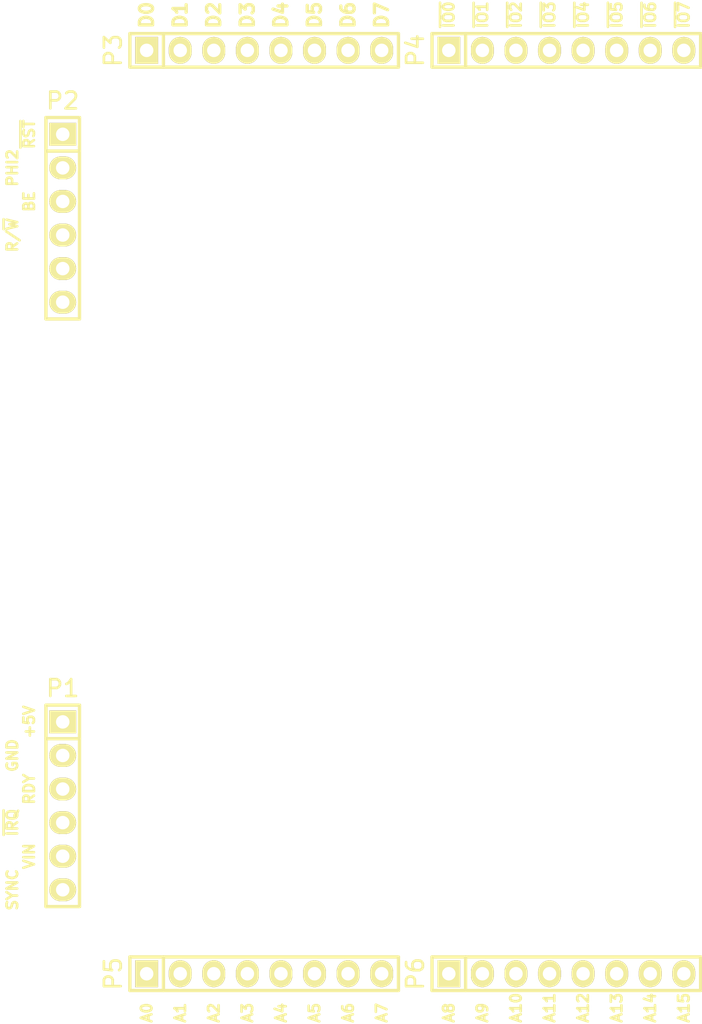
<source format=kicad_pcb>
(kicad_pcb (version 3) (host pcbnew "(2014-jan-25)-product")

  (general
    (links 0)
    (no_connects 0)
    (area 87.126 57.855612 192.512951 157.545786)
    (thickness 1.6)
    (drawings 42)
    (tracks 0)
    (zones 0)
    (modules 6)
    (nets 43)
  )

  (page A4)
  (layers
    (15 F.Cu signal)
    (0 B.Cu signal)
    (16 B.Adhes user)
    (17 F.Adhes user)
    (18 B.Paste user)
    (19 F.Paste user)
    (20 B.SilkS user)
    (21 F.SilkS user)
    (22 B.Mask user)
    (23 F.Mask user)
    (24 Dwgs.User user)
    (25 Cmts.User user)
    (26 Eco1.User user)
    (27 Eco2.User user)
    (28 Edge.Cuts user)
  )

  (setup
    (last_trace_width 0.254)
    (trace_clearance 0.254)
    (zone_clearance 0.508)
    (zone_45_only yes)
    (trace_min 0.254)
    (segment_width 0.2)
    (edge_width 0.1)
    (via_size 1)
    (via_drill 0.8)
    (via_min_size 0.8)
    (via_min_drill 0.5)
    (uvia_size 1)
    (uvia_drill 0.8)
    (uvias_allowed no)
    (uvia_min_size 0.9982)
    (uvia_min_drill 0.7975)
    (pcb_text_width 0.3)
    (pcb_text_size 1.5 1.5)
    (mod_edge_width 0.15)
    (mod_text_size 1 1)
    (mod_text_width 0.15)
    (pad_size 1.5 1.5)
    (pad_drill 0.6)
    (pad_to_mask_clearance 0)
    (aux_axis_origin 87.63 67.31)
    (grid_origin 38.1 50.8)
    (visible_elements FFFFFF7F)
    (pcbplotparams
      (layerselection 283148289)
      (usegerberextensions false)
      (excludeedgelayer false)
      (linewidth 0.150000)
      (plotframeref false)
      (viasonmask false)
      (mode 1)
      (useauxorigin false)
      (hpglpennumber 1)
      (hpglpenspeed 20)
      (hpglpendiameter 15)
      (hpglpenoverlay 2)
      (psnegative false)
      (psa4output false)
      (plotreference true)
      (plotvalue true)
      (plotothertext true)
      (plotinvisibletext false)
      (padsonsilk false)
      (subtractmaskfromsilk false)
      (outputformat 4)
      (mirror false)
      (drillshape 0)
      (scaleselection 1)
      (outputdirectory ./plots/))
  )

  (net 0 "")
  (net 1 GND)
  (net 2 A0)
  (net 3 A1)
  (net 4 A2)
  (net 5 A3)
  (net 6 A4)
  (net 7 A5)
  (net 8 A6)
  (net 9 A7)
  (net 10 A8)
  (net 11 A9)
  (net 12 A10)
  (net 13 A11)
  (net 14 A12)
  (net 15 A13)
  (net 16 A14)
  (net 17 A15)
  (net 18 SYNC)
  (net 19 ~IRQ)
  (net 20 RDY)
  (net 21 ~RST)
  (net 22 PHI2)
  (net 23 BE)
  (net 24 R/~W)
  (net 25 VIN)
  (net 26 D0)
  (net 27 D1)
  (net 28 D2)
  (net 29 D3)
  (net 30 D4)
  (net 31 D5)
  (net 32 D6)
  (net 33 D7)
  (net 34 ~IO0)
  (net 35 ~IO1)
  (net 36 ~IO2)
  (net 37 ~IO3)
  (net 38 ~IO4)
  (net 39 ~IO5)
  (net 40 ~IO6)
  (net 41 ~IO7)
  (net 42 +5V)

  (net_class Default "This is the default net class."
    (clearance 0.254)
    (trace_width 0.254)
    (via_dia 1)
    (via_drill 0.8)
    (uvia_dia 1)
    (uvia_drill 0.8)
    (add_net A0)
    (add_net A1)
    (add_net A10)
    (add_net A11)
    (add_net A12)
    (add_net A13)
    (add_net A14)
    (add_net A15)
    (add_net A2)
    (add_net A3)
    (add_net A4)
    (add_net A5)
    (add_net A6)
    (add_net A7)
    (add_net A8)
    (add_net A9)
    (add_net BE)
    (add_net D0)
    (add_net D1)
    (add_net D2)
    (add_net D3)
    (add_net D4)
    (add_net D5)
    (add_net D6)
    (add_net D7)
    (add_net PHI2)
    (add_net R/~W)
    (add_net RDY)
    (add_net SYNC)
    (add_net ~IO0)
    (add_net ~IO1)
    (add_net ~IO2)
    (add_net ~IO3)
    (add_net ~IO4)
    (add_net ~IO5)
    (add_net ~IO6)
    (add_net ~IO7)
    (add_net ~IRQ)
    (add_net ~RST)
  )

  (net_class Power ""
    (clearance 0.254)
    (trace_width 0.508)
    (via_dia 1.5)
    (via_drill 0.8)
    (uvia_dia 1)
    (uvia_drill 0.8)
    (add_net +5V)
    (add_net GND)
    (add_net VIN)
  )

  (module Socket_Strips:Socket_Strip_Straight_1x08 (layer F.Cu) (tedit 5516C88A) (tstamp 5508826A)
    (at 107.95 72.39)
    (path /550DBAA9/550DBACF)
    (fp_text reference P3 (at -11.43 0 90) (layer F.SilkS)
      (effects (font (size 1.27 1.27) (thickness 0.2032)))
    )
    (fp_text value DATA (at 0 0) (layer F.SilkS) hide
      (effects (font (size 1.27 1.27) (thickness 0.2032)))
    )
    (fp_line (start -7.62 -1.27) (end 10.16 -1.27) (layer F.SilkS) (width 0.254))
    (fp_line (start 10.16 -1.27) (end 10.16 1.27) (layer F.SilkS) (width 0.254))
    (fp_line (start 10.16 1.27) (end -7.62 1.27) (layer F.SilkS) (width 0.254))
    (fp_line (start -10.16 -1.27) (end -7.62 -1.27) (layer F.SilkS) (width 0.254))
    (fp_line (start -7.62 -1.27) (end -7.62 1.27) (layer F.SilkS) (width 0.254))
    (fp_line (start -10.16 -1.27) (end -10.16 1.27) (layer F.SilkS) (width 0.254))
    (fp_line (start -10.16 1.27) (end -7.62 1.27) (layer F.SilkS) (width 0.254))
    (pad 1 thru_hole rect (at -8.89 0) (size 1.7272 2.032) (drill 1.016) (layers *.Cu *.Mask F.SilkS)
      (net 26 D0))
    (pad 2 thru_hole oval (at -6.35 0) (size 1.7272 2.032) (drill 1.016) (layers *.Cu *.Mask F.SilkS)
      (net 27 D1))
    (pad 3 thru_hole oval (at -3.81 0) (size 1.7272 2.032) (drill 1.016) (layers *.Cu *.Mask F.SilkS)
      (net 28 D2))
    (pad 4 thru_hole oval (at -1.27 0) (size 1.7272 2.032) (drill 1.016) (layers *.Cu *.Mask F.SilkS)
      (net 29 D3))
    (pad 5 thru_hole oval (at 1.27 0) (size 1.7272 2.032) (drill 1.016) (layers *.Cu *.Mask F.SilkS)
      (net 30 D4))
    (pad 6 thru_hole oval (at 3.81 0) (size 1.7272 2.032) (drill 1.016) (layers *.Cu *.Mask F.SilkS)
      (net 31 D5))
    (pad 7 thru_hole oval (at 6.35 0) (size 1.7272 2.032) (drill 1.016) (layers *.Cu *.Mask F.SilkS)
      (net 32 D6))
    (pad 8 thru_hole oval (at 8.89 0) (size 1.7272 2.032) (drill 1.016) (layers *.Cu *.Mask F.SilkS)
      (net 33 D7))
    (model Socket_Strips/Socket_Strip_Straight_1x08.wrl
      (at (xyz 0 0 0))
      (scale (xyz 1 1 1))
      (rotate (xyz 0 0 0))
    )
  )

  (module Socket_Strips:Socket_Strip_Straight_1x06 (layer F.Cu) (tedit 5516C839) (tstamp 550DE755)
    (at 92.71 129.54 270)
    (path /550DBAA9/550DBAE1)
    (fp_text reference P1 (at -8.89 0 360) (layer F.SilkS)
      (effects (font (size 1.27 1.27) (thickness 0.2032)))
    )
    (fp_text value CTRL1 (at 0 0 270) (layer F.SilkS) hide
      (effects (font (size 1.27 1.27) (thickness 0.2032)))
    )
    (fp_line (start -5.08 -1.27) (end 7.62 -1.27) (layer F.SilkS) (width 0.254))
    (fp_line (start 7.62 -1.27) (end 7.62 1.27) (layer F.SilkS) (width 0.254))
    (fp_line (start 7.62 1.27) (end -5.08 1.27) (layer F.SilkS) (width 0.254))
    (fp_line (start -7.62 -1.27) (end -5.08 -1.27) (layer F.SilkS) (width 0.254))
    (fp_line (start -5.08 -1.27) (end -5.08 1.27) (layer F.SilkS) (width 0.254))
    (fp_line (start -7.62 -1.27) (end -7.62 1.27) (layer F.SilkS) (width 0.254))
    (fp_line (start -7.62 1.27) (end -5.08 1.27) (layer F.SilkS) (width 0.254))
    (pad 1 thru_hole rect (at -6.35 0 270) (size 1.7272 2.032) (drill 1.016) (layers *.Cu *.Mask F.SilkS)
      (net 42 +5V))
    (pad 2 thru_hole oval (at -3.81 0 270) (size 1.7272 2.032) (drill 1.016) (layers *.Cu *.Mask F.SilkS)
      (net 1 GND))
    (pad 3 thru_hole oval (at -1.27 0 270) (size 1.7272 2.032) (drill 1.016) (layers *.Cu *.Mask F.SilkS)
      (net 20 RDY))
    (pad 4 thru_hole oval (at 1.27 0 270) (size 1.7272 2.032) (drill 1.016) (layers *.Cu *.Mask F.SilkS)
      (net 19 ~IRQ))
    (pad 5 thru_hole oval (at 3.81 0 270) (size 1.7272 2.032) (drill 1.016) (layers *.Cu *.Mask F.SilkS)
      (net 25 VIN))
    (pad 6 thru_hole oval (at 6.35 0 270) (size 1.7272 2.032) (drill 1.016) (layers *.Cu *.Mask F.SilkS)
      (net 18 SYNC))
    (model Socket_Strips/Socket_Strip_Straight_1x06.wrl
      (at (xyz 0 0 0))
      (scale (xyz 1 1 1))
      (rotate (xyz 0 0 0))
    )
  )

  (module Socket_Strips:Socket_Strip_Straight_1x06 (layer F.Cu) (tedit 5516C82C) (tstamp 550DE765)
    (at 92.71 85.09 270)
    (path /550DBAA9/550DBAE7)
    (fp_text reference P2 (at -8.89 0 360) (layer F.SilkS)
      (effects (font (size 1.27 1.27) (thickness 0.2032)))
    )
    (fp_text value CTRL2 (at 0 0 270) (layer F.SilkS) hide
      (effects (font (size 1.27 1.27) (thickness 0.2032)))
    )
    (fp_line (start -5.08 -1.27) (end 7.62 -1.27) (layer F.SilkS) (width 0.254))
    (fp_line (start 7.62 -1.27) (end 7.62 1.27) (layer F.SilkS) (width 0.254))
    (fp_line (start 7.62 1.27) (end -5.08 1.27) (layer F.SilkS) (width 0.254))
    (fp_line (start -7.62 -1.27) (end -5.08 -1.27) (layer F.SilkS) (width 0.254))
    (fp_line (start -5.08 -1.27) (end -5.08 1.27) (layer F.SilkS) (width 0.254))
    (fp_line (start -7.62 -1.27) (end -7.62 1.27) (layer F.SilkS) (width 0.254))
    (fp_line (start -7.62 1.27) (end -5.08 1.27) (layer F.SilkS) (width 0.254))
    (pad 1 thru_hole rect (at -6.35 0 270) (size 1.7272 2.032) (drill 1.016) (layers *.Cu *.Mask F.SilkS)
      (net 21 ~RST))
    (pad 2 thru_hole oval (at -3.81 0 270) (size 1.7272 2.032) (drill 1.016) (layers *.Cu *.Mask F.SilkS)
      (net 22 PHI2))
    (pad 3 thru_hole oval (at -1.27 0 270) (size 1.7272 2.032) (drill 1.016) (layers *.Cu *.Mask F.SilkS)
      (net 23 BE))
    (pad 4 thru_hole oval (at 1.27 0 270) (size 1.7272 2.032) (drill 1.016) (layers *.Cu *.Mask F.SilkS)
      (net 24 R/~W))
    (pad 5 thru_hole oval (at 3.81 0 270) (size 1.7272 2.032) (drill 1.016) (layers *.Cu *.Mask F.SilkS))
    (pad 6 thru_hole oval (at 6.35 0 270) (size 1.7272 2.032) (drill 1.016) (layers *.Cu *.Mask F.SilkS))
    (model Socket_Strips/Socket_Strip_Straight_1x06.wrl
      (at (xyz 0 0 0))
      (scale (xyz 1 1 1))
      (rotate (xyz 0 0 0))
    )
  )

  (module Socket_Strips:Socket_Strip_Straight_1x08 (layer F.Cu) (tedit 5516C891) (tstamp 5515D9A0)
    (at 130.81 72.39)
    (path /550DBAA9/550DDF61)
    (fp_text reference P4 (at -11.43 0 90) (layer F.SilkS)
      (effects (font (size 1.27 1.27) (thickness 0.2032)))
    )
    (fp_text value IO (at 0 0) (layer F.SilkS) hide
      (effects (font (size 1.27 1.27) (thickness 0.2032)))
    )
    (fp_line (start -7.62 -1.27) (end 10.16 -1.27) (layer F.SilkS) (width 0.254))
    (fp_line (start 10.16 -1.27) (end 10.16 1.27) (layer F.SilkS) (width 0.254))
    (fp_line (start 10.16 1.27) (end -7.62 1.27) (layer F.SilkS) (width 0.254))
    (fp_line (start -10.16 -1.27) (end -7.62 -1.27) (layer F.SilkS) (width 0.254))
    (fp_line (start -7.62 -1.27) (end -7.62 1.27) (layer F.SilkS) (width 0.254))
    (fp_line (start -10.16 -1.27) (end -10.16 1.27) (layer F.SilkS) (width 0.254))
    (fp_line (start -10.16 1.27) (end -7.62 1.27) (layer F.SilkS) (width 0.254))
    (pad 1 thru_hole rect (at -8.89 0) (size 1.7272 2.032) (drill 1.016) (layers *.Cu *.Mask F.SilkS)
      (net 34 ~IO0))
    (pad 2 thru_hole oval (at -6.35 0) (size 1.7272 2.032) (drill 1.016) (layers *.Cu *.Mask F.SilkS)
      (net 35 ~IO1))
    (pad 3 thru_hole oval (at -3.81 0) (size 1.7272 2.032) (drill 1.016) (layers *.Cu *.Mask F.SilkS)
      (net 36 ~IO2))
    (pad 4 thru_hole oval (at -1.27 0) (size 1.7272 2.032) (drill 1.016) (layers *.Cu *.Mask F.SilkS)
      (net 37 ~IO3))
    (pad 5 thru_hole oval (at 1.27 0) (size 1.7272 2.032) (drill 1.016) (layers *.Cu *.Mask F.SilkS)
      (net 38 ~IO4))
    (pad 6 thru_hole oval (at 3.81 0) (size 1.7272 2.032) (drill 1.016) (layers *.Cu *.Mask F.SilkS)
      (net 39 ~IO5))
    (pad 7 thru_hole oval (at 6.35 0) (size 1.7272 2.032) (drill 1.016) (layers *.Cu *.Mask F.SilkS)
      (net 40 ~IO6))
    (pad 8 thru_hole oval (at 8.89 0) (size 1.7272 2.032) (drill 1.016) (layers *.Cu *.Mask F.SilkS)
      (net 41 ~IO7))
    (model Socket_Strips/Socket_Strip_Straight_1x08.wrl
      (at (xyz 0 0 0))
      (scale (xyz 1 1 1))
      (rotate (xyz 0 0 0))
    )
  )

  (module Socket_Strips:Socket_Strip_Straight_1x08 (layer F.Cu) (tedit 5516C8CD) (tstamp 550DE787)
    (at 107.95 142.24)
    (path /550DBAA9/550DBAD5)
    (fp_text reference P5 (at -11.43 0 90) (layer F.SilkS)
      (effects (font (size 1.27 1.27) (thickness 0.2032)))
    )
    (fp_text value ADDR1 (at 0 0) (layer F.SilkS) hide
      (effects (font (size 1.27 1.27) (thickness 0.2032)))
    )
    (fp_line (start -7.62 -1.27) (end 10.16 -1.27) (layer F.SilkS) (width 0.254))
    (fp_line (start 10.16 -1.27) (end 10.16 1.27) (layer F.SilkS) (width 0.254))
    (fp_line (start 10.16 1.27) (end -7.62 1.27) (layer F.SilkS) (width 0.254))
    (fp_line (start -10.16 -1.27) (end -7.62 -1.27) (layer F.SilkS) (width 0.254))
    (fp_line (start -7.62 -1.27) (end -7.62 1.27) (layer F.SilkS) (width 0.254))
    (fp_line (start -10.16 -1.27) (end -10.16 1.27) (layer F.SilkS) (width 0.254))
    (fp_line (start -10.16 1.27) (end -7.62 1.27) (layer F.SilkS) (width 0.254))
    (pad 1 thru_hole rect (at -8.89 0) (size 1.7272 2.032) (drill 1.016) (layers *.Cu *.Mask F.SilkS)
      (net 2 A0))
    (pad 2 thru_hole oval (at -6.35 0) (size 1.7272 2.032) (drill 1.016) (layers *.Cu *.Mask F.SilkS)
      (net 3 A1))
    (pad 3 thru_hole oval (at -3.81 0) (size 1.7272 2.032) (drill 1.016) (layers *.Cu *.Mask F.SilkS)
      (net 4 A2))
    (pad 4 thru_hole oval (at -1.27 0) (size 1.7272 2.032) (drill 1.016) (layers *.Cu *.Mask F.SilkS)
      (net 5 A3))
    (pad 5 thru_hole oval (at 1.27 0) (size 1.7272 2.032) (drill 1.016) (layers *.Cu *.Mask F.SilkS)
      (net 6 A4))
    (pad 6 thru_hole oval (at 3.81 0) (size 1.7272 2.032) (drill 1.016) (layers *.Cu *.Mask F.SilkS)
      (net 7 A5))
    (pad 7 thru_hole oval (at 6.35 0) (size 1.7272 2.032) (drill 1.016) (layers *.Cu *.Mask F.SilkS)
      (net 8 A6))
    (pad 8 thru_hole oval (at 8.89 0) (size 1.7272 2.032) (drill 1.016) (layers *.Cu *.Mask F.SilkS)
      (net 9 A7))
    (model Socket_Strips/Socket_Strip_Straight_1x08.wrl
      (at (xyz 0 0 0))
      (scale (xyz 1 1 1))
      (rotate (xyz 0 0 0))
    )
  )

  (module Socket_Strips:Socket_Strip_Straight_1x08 (layer F.Cu) (tedit 5516C8D1) (tstamp 550DE799)
    (at 130.81 142.24)
    (path /550DBAA9/550DBADB)
    (fp_text reference P6 (at -11.43 0 90) (layer F.SilkS)
      (effects (font (size 1.27 1.27) (thickness 0.2032)))
    )
    (fp_text value ADDR2 (at 0 0) (layer F.SilkS) hide
      (effects (font (size 1.27 1.27) (thickness 0.2032)))
    )
    (fp_line (start -7.62 -1.27) (end 10.16 -1.27) (layer F.SilkS) (width 0.254))
    (fp_line (start 10.16 -1.27) (end 10.16 1.27) (layer F.SilkS) (width 0.254))
    (fp_line (start 10.16 1.27) (end -7.62 1.27) (layer F.SilkS) (width 0.254))
    (fp_line (start -10.16 -1.27) (end -7.62 -1.27) (layer F.SilkS) (width 0.254))
    (fp_line (start -7.62 -1.27) (end -7.62 1.27) (layer F.SilkS) (width 0.254))
    (fp_line (start -10.16 -1.27) (end -10.16 1.27) (layer F.SilkS) (width 0.254))
    (fp_line (start -10.16 1.27) (end -7.62 1.27) (layer F.SilkS) (width 0.254))
    (pad 1 thru_hole rect (at -8.89 0) (size 1.7272 2.032) (drill 1.016) (layers *.Cu *.Mask F.SilkS)
      (net 10 A8))
    (pad 2 thru_hole oval (at -6.35 0) (size 1.7272 2.032) (drill 1.016) (layers *.Cu *.Mask F.SilkS)
      (net 11 A9))
    (pad 3 thru_hole oval (at -3.81 0) (size 1.7272 2.032) (drill 1.016) (layers *.Cu *.Mask F.SilkS)
      (net 12 A10))
    (pad 4 thru_hole oval (at -1.27 0) (size 1.7272 2.032) (drill 1.016) (layers *.Cu *.Mask F.SilkS)
      (net 13 A11))
    (pad 5 thru_hole oval (at 1.27 0) (size 1.7272 2.032) (drill 1.016) (layers *.Cu *.Mask F.SilkS)
      (net 14 A12))
    (pad 6 thru_hole oval (at 3.81 0) (size 1.7272 2.032) (drill 1.016) (layers *.Cu *.Mask F.SilkS)
      (net 15 A13))
    (pad 7 thru_hole oval (at 6.35 0) (size 1.7272 2.032) (drill 1.016) (layers *.Cu *.Mask F.SilkS)
      (net 16 A14))
    (pad 8 thru_hole oval (at 8.89 0) (size 1.7272 2.032) (drill 1.016) (layers *.Cu *.Mask F.SilkS)
      (net 17 A15))
    (model Socket_Strips/Socket_Strip_Straight_1x08.wrl
      (at (xyz 0 0 0))
      (scale (xyz 1 1 1))
      (rotate (xyz 0 0 0))
    )
  )

  (gr_text R/~W (at 88.9 86.36 90) (layer F.SilkS)
    (effects (font (size 0.8 0.8) (thickness 0.2)))
  )
  (gr_text A15 (at 139.7 146.05 90) (layer F.SilkS)
    (effects (font (size 0.8 0.8) (thickness 0.2)) (justify left))
  )
  (gr_text A13 (at 134.62 146.05 90) (layer F.SilkS)
    (effects (font (size 0.8 0.8) (thickness 0.2)) (justify left))
  )
  (gr_text A12 (at 132.08 146.05 90) (layer F.SilkS)
    (effects (font (size 0.8 0.8) (thickness 0.2)) (justify left))
  )
  (gr_text A11 (at 129.54 146.05 90) (layer F.SilkS)
    (effects (font (size 0.8 0.8) (thickness 0.2)) (justify left))
  )
  (gr_text A10 (at 127 146.05 90) (layer F.SilkS)
    (effects (font (size 0.8 0.8) (thickness 0.2)) (justify left))
  )
  (gr_text A9 (at 124.46 146.05 90) (layer F.SilkS)
    (effects (font (size 0.8 0.8) (thickness 0.2)) (justify left))
  )
  (gr_text A8 (at 121.92 146.05 90) (layer F.SilkS)
    (effects (font (size 0.8 0.8) (thickness 0.2)) (justify left))
  )
  (gr_text A14 (at 137.16 146.05 90) (layer F.SilkS)
    (effects (font (size 0.8 0.8) (thickness 0.2)) (justify left))
  )
  (gr_text A7 (at 116.84 146.05 90) (layer F.SilkS)
    (effects (font (size 0.8 0.8) (thickness 0.2)) (justify left))
  )
  (gr_text A6 (at 114.3 146.05 90) (layer F.SilkS)
    (effects (font (size 0.8 0.8) (thickness 0.2)) (justify left))
  )
  (gr_text A5 (at 111.76 146.05 90) (layer F.SilkS)
    (effects (font (size 0.8 0.8) (thickness 0.2)) (justify left))
  )
  (gr_text A4 (at 109.22 146.05 90) (layer F.SilkS)
    (effects (font (size 0.8 0.8) (thickness 0.2)) (justify left))
  )
  (gr_text A3 (at 106.68 146.05 90) (layer F.SilkS)
    (effects (font (size 0.8 0.8) (thickness 0.2)) (justify left))
  )
  (gr_text A2 (at 104.14 146.05 90) (layer F.SilkS)
    (effects (font (size 0.8 0.8) (thickness 0.2)) (justify left))
  )
  (gr_text A1 (at 101.6 146.05 90) (layer F.SilkS)
    (effects (font (size 0.8 0.8) (thickness 0.2)) (justify left))
  )
  (gr_text A0 (at 99.06 146.05 90) (layer F.SilkS)
    (effects (font (size 0.8 0.8) (thickness 0.2)) (justify left))
  )
  (gr_text D0 (at 99.06 68.58 90) (layer F.SilkS)
    (effects (font (size 1 1) (thickness 0.25)) (justify right))
  )
  (gr_text SYNC (at 88.9 135.89 90) (layer F.SilkS)
    (effects (font (size 0.8 0.8) (thickness 0.2)))
  )
  (gr_text VIN (at 90.17 133.35 90) (layer F.SilkS)
    (effects (font (size 0.8 0.8) (thickness 0.2)))
  )
  (gr_text ~IRQ (at 88.9 130.81 90) (layer F.SilkS)
    (effects (font (size 0.8 0.8) (thickness 0.2)))
  )
  (gr_text RDY (at 90.17 128.27 90) (layer F.SilkS)
    (effects (font (size 0.8 0.8) (thickness 0.2)))
  )
  (gr_text GND (at 88.9 125.73 90) (layer F.SilkS)
    (effects (font (size 0.8 0.8) (thickness 0.2)))
  )
  (gr_text +5V (at 90.17 123.19 90) (layer F.SilkS)
    (effects (font (size 0.8 0.8) (thickness 0.2)))
  )
  (gr_text BE (at 90.17 83.82 90) (layer F.SilkS)
    (effects (font (size 0.8 0.8) (thickness 0.2)))
  )
  (gr_text PHI2 (at 88.9 81.28 90) (layer F.SilkS)
    (effects (font (size 0.8 0.8) (thickness 0.2)))
  )
  (gr_text ~IO7 (at 139.7 68.58 90) (layer F.SilkS)
    (effects (font (size 0.8 0.8) (thickness 0.2)) (justify right))
  )
  (gr_text ~IO6 (at 137.16 68.58 90) (layer F.SilkS)
    (effects (font (size 0.8 0.8) (thickness 0.2)) (justify right))
  )
  (gr_text ~IO5 (at 134.62 68.58 90) (layer F.SilkS)
    (effects (font (size 0.8 0.8) (thickness 0.2)) (justify right))
  )
  (gr_text ~IO4 (at 132.08 68.58 90) (layer F.SilkS)
    (effects (font (size 0.8 0.8) (thickness 0.2)) (justify right))
  )
  (gr_text ~IO3 (at 129.54 68.58 90) (layer F.SilkS)
    (effects (font (size 0.8 0.8) (thickness 0.2)) (justify right))
  )
  (gr_text ~IO2 (at 127 68.58 90) (layer F.SilkS)
    (effects (font (size 0.8 0.8) (thickness 0.2)) (justify right))
  )
  (gr_text ~IO1 (at 124.46 68.58 90) (layer F.SilkS)
    (effects (font (size 0.8 0.8) (thickness 0.2)) (justify right))
  )
  (gr_text ~IO0 (at 121.92 68.58 90) (layer F.SilkS)
    (effects (font (size 0.8 0.8) (thickness 0.2)) (justify right))
  )
  (gr_text D7 (at 116.84 68.58 90) (layer F.SilkS)
    (effects (font (size 1 1) (thickness 0.25)) (justify right))
  )
  (gr_text D6 (at 114.3 68.58 90) (layer F.SilkS)
    (effects (font (size 1 1) (thickness 0.25)) (justify right))
  )
  (gr_text D5 (at 111.76 68.58 90) (layer F.SilkS)
    (effects (font (size 1 1) (thickness 0.25)) (justify right))
  )
  (gr_text D4 (at 109.22 68.58 90) (layer F.SilkS)
    (effects (font (size 1 1) (thickness 0.25)) (justify right))
  )
  (gr_text D3 (at 106.68 68.58 90) (layer F.SilkS)
    (effects (font (size 1 1) (thickness 0.25)) (justify right))
  )
  (gr_text D2 (at 104.14 68.58 90) (layer F.SilkS)
    (effects (font (size 1 1) (thickness 0.25)) (justify right))
  )
  (gr_text D1 (at 101.6 68.58 90) (layer F.SilkS)
    (effects (font (size 1 1) (thickness 0.25)) (justify right))
  )
  (gr_text ~RST (at 90.17 78.74 90) (layer F.SilkS)
    (effects (font (size 0.8 0.8) (thickness 0.2)))
  )

)

</source>
